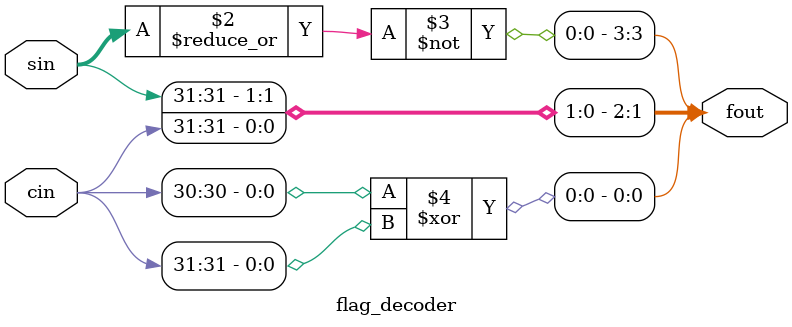
<source format=v>
/* TEST */
module ALU(
    input [31:0]  a,
    input [6:0]   alu_sel,
    input [31:0]  b,

    output reg [31:0] data_out,
    output reg [3:0]  flag_out
);

  // alu_sel
  localparam ADD = 7'b1000000;
  localparam SUB = 7'b0100000;
  localparam CMP = 7'b0010000;
  localparam AND = 7'b0001000;
  localparam ORR = 7'b0000100;
  localparam EOR = 7'b0000010;
  localparam MOV = 7'b0000001;

  // Inner regs
  reg [31:0] cla_a;
  reg        cla_cin;

  // Inner wires
  wire [31:0] cla_sum;
  wire [31:0] cla_cout;
  wire [3:0]  cla_fout;


  // Decide cla input a_in using 2-1 MUX.
  always @(*)
    begin
      if (cla_cin == 1'b1)
        begin
          cla_a = a ^ 32'b1111_1111_1111_1111_1111_1111_1111_1111;
        end
      else
        begin
          cla_a = a;
        end
    end

  // Compute carry_in. where carry_in is 1'b1, it implies subtraction.
  always @(*)
    begin
      if (alu_sel == SUB || alu_sel == CMP)
        begin
          cla_cin = 1'b1;
        end
      else
        begin
          cla_cin = 1'b0;
        end
    end

  cla_32bits cla(
    .a(cla_a),
    .b(b),
    .cin(cla_cin),

    .sum(cla_sum),
    .cout(cla_cout)
  );

  // Select data_out.
  always @(*)
    begin
      case (alu_sel)
        ADD:
          begin
            data_out = cla_sum;
          end

        SUB:
          begin
            data_out = cla_sum;
          end

        AND:
          begin
            data_out = a & b;
          end

        ORR:
          begin
            data_out = a ^ b;
          end

        EOR:
          begin
            data_out = a ^ b;
          end

        MOV:
          begin
            data_out = a;
          end

        default:
          begin
           data_out = 32'd0;
          end
      endcase
    end

  flag_decoder #(32) fdecoder(
    .sin(cla_sum),
    .cin(cla_cout),

    .fout(cla_fout)
  );

  // Select flag_out.
  always @(*)
    begin
      case (alu_sel)
        ADD:
          begin
            flag_out = cla_fout;
          end

        SUB:
          begin
            flag_out = cla_fout;
          end

        CMP:
          begin
            flag_out = cla_fout;
          end

        AND:
          begin
            flag_out[3] = cla_fout[3];
            flag_out[2] = cla_fout[2];
            flag_out[1] = 0;
            flag_out[0] = 0;
          end

        ORR:
          begin
            flag_out[3] = cla_fout[3];
            flag_out[2] = cla_fout[2];
            flag_out[1] = 0;
            flag_out[0] = 0;
          end

        EOR:
          begin
            flag_out[3] = cla_fout[3];
            flag_out[2] = cla_fout[2];
            flag_out[1] = 0;
            flag_out[0] = 0;
          end

        MOV:
          begin
            flag_out[3] = cla_fout[3];
            flag_out[2] = cla_fout[2];
            flag_out[1] = 0;
            flag_out[0] = 0;
          end

        default:
          begin
           flag_out = 4'd0;
          end
      endcase
    end

endmodule


module flag_decoder(
  sin,
  cin,

  fout
);

  parameter W = 32;

  // Input and outputs
  input [W-1:0] sin;
  input [W-1:0] cin;

  output reg [3:0] fout;


  // Compute fout.
  // z_flag(fout[3]), n_flag(fout[2]), c_flag(fout[1]), v_flag(fout[0])
  always @(*)
    begin
      fout[3] = ~(|sin);
      fout[2] = sin[W-1];
      fout[1] = cin[W-1];
      fout[0] = cin[W-2] ^ cin[W-1];
    end

endmodule
</source>
